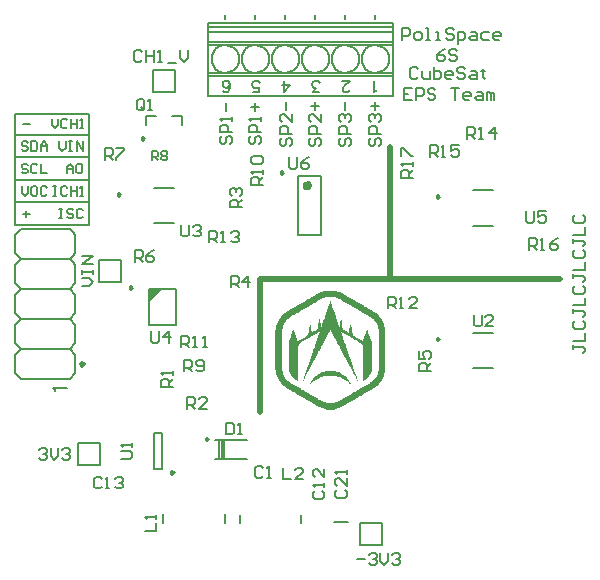
<source format=gto>
G04*
G04 #@! TF.GenerationSoftware,Altium Limited,Altium Designer,22.3.1 (43)*
G04*
G04 Layer_Color=65535*
%FSLAX25Y25*%
%MOIN*%
G70*
G04*
G04 #@! TF.SameCoordinates,2454C8F7-4EAD-40B7-BFB8-64AA641CEC59*
G04*
G04*
G04 #@! TF.FilePolarity,Positive*
G04*
G01*
G75*
%ADD10C,0.00984*%
%ADD11C,0.01181*%
%ADD12C,0.01575*%
%ADD13C,0.00787*%
%ADD14C,0.01968*%
%ADD15C,0.00591*%
G36*
X110034Y102836D02*
X110772D01*
Y102652D01*
X111326D01*
Y102467D01*
X111879D01*
Y102283D01*
X112248D01*
Y102098D01*
X112617D01*
Y101913D01*
X112802D01*
Y101729D01*
X113171D01*
Y101545D01*
X113540D01*
Y101360D01*
X113908D01*
Y101176D01*
X114093D01*
Y100991D01*
X114462D01*
Y100807D01*
X114831D01*
Y100622D01*
X115200D01*
Y100438D01*
X115384D01*
Y100253D01*
X115753D01*
Y100069D01*
X116122D01*
Y99884D01*
X116307D01*
Y99700D01*
X116676D01*
Y99515D01*
X117045D01*
Y99331D01*
X117414D01*
Y99146D01*
X117598D01*
Y98962D01*
X117967D01*
Y98777D01*
X118336D01*
Y98593D01*
X118705D01*
Y98408D01*
X118889D01*
Y98224D01*
X119258D01*
Y98040D01*
X119627D01*
Y97855D01*
X119812D01*
Y97671D01*
X120181D01*
Y97486D01*
X120550D01*
Y97302D01*
X120919D01*
Y97117D01*
X121103D01*
Y96933D01*
X121472D01*
Y96748D01*
X121841D01*
Y96564D01*
X122210D01*
Y96379D01*
X122395D01*
Y96195D01*
X122763D01*
Y96010D01*
X123132D01*
Y95826D01*
X123317D01*
Y95641D01*
X123501D01*
Y95457D01*
X123870D01*
Y95272D01*
X124055D01*
Y95088D01*
X124239D01*
Y94903D01*
X124424D01*
Y94719D01*
X124608D01*
Y94534D01*
X124793D01*
Y94350D01*
X124977D01*
Y93981D01*
X125162D01*
Y93796D01*
X125346D01*
Y93612D01*
X125531D01*
Y93243D01*
X125715D01*
Y92874D01*
X125900D01*
Y92505D01*
X126084D01*
Y92136D01*
X126269D01*
Y91583D01*
X126453D01*
Y91029D01*
X126637D01*
Y89922D01*
X126822D01*
Y76455D01*
X126637D01*
Y75533D01*
X126453D01*
Y74795D01*
X126269D01*
Y74242D01*
X126084D01*
Y73873D01*
X125900D01*
Y73504D01*
X125715D01*
Y73135D01*
X125531D01*
Y72950D01*
X125346D01*
Y72581D01*
X125162D01*
Y72397D01*
X124977D01*
Y72212D01*
X124793D01*
Y71843D01*
X124608D01*
Y71659D01*
X124424D01*
Y71474D01*
X124239D01*
Y71290D01*
X124055D01*
Y71105D01*
X123686D01*
Y70921D01*
X123501D01*
Y70736D01*
X123317D01*
Y70552D01*
X122948D01*
Y70368D01*
X122763D01*
Y70183D01*
X122395D01*
Y69999D01*
X122026D01*
Y69814D01*
X121657D01*
Y69630D01*
X121472D01*
Y69445D01*
X121103D01*
Y69261D01*
X120734D01*
Y69076D01*
X120365D01*
Y68892D01*
X120181D01*
Y68707D01*
X119812D01*
Y68523D01*
X119443D01*
Y68338D01*
X119258D01*
Y68154D01*
X118889D01*
Y67969D01*
X118520D01*
Y67785D01*
X118151D01*
Y67600D01*
X117967D01*
Y67416D01*
X117598D01*
Y67231D01*
X117229D01*
Y67047D01*
X116860D01*
Y66862D01*
X116676D01*
Y66678D01*
X116307D01*
Y66493D01*
X115938D01*
Y66309D01*
X115753D01*
Y66125D01*
X115384D01*
Y65940D01*
X115015D01*
Y65756D01*
X114646D01*
Y65571D01*
X114462D01*
Y65387D01*
X114093D01*
Y65202D01*
X113724D01*
Y65018D01*
X113355D01*
Y64833D01*
X113171D01*
Y64649D01*
X112802D01*
Y64464D01*
X112433D01*
Y64280D01*
X112064D01*
Y64095D01*
X111695D01*
Y63911D01*
X111326D01*
Y63726D01*
X110588D01*
Y63542D01*
X109850D01*
Y63357D01*
X107083D01*
Y63542D01*
X106345D01*
Y63726D01*
X105607D01*
Y63911D01*
X105238D01*
Y64095D01*
X104869D01*
Y64280D01*
X104500D01*
Y64464D01*
X104131D01*
Y64649D01*
X103762D01*
Y64833D01*
X103578D01*
Y65018D01*
X103209D01*
Y65202D01*
X102840D01*
Y65387D01*
X102471D01*
Y65571D01*
X102286D01*
Y65756D01*
X101917D01*
Y65940D01*
X101548D01*
Y66125D01*
X101179D01*
Y66309D01*
X100995D01*
Y66493D01*
X100626D01*
Y66678D01*
X100257D01*
Y66862D01*
X100073D01*
Y67047D01*
X99704D01*
Y67231D01*
X99335D01*
Y67416D01*
X98966D01*
Y67600D01*
X98781D01*
Y67785D01*
X98412D01*
Y67969D01*
X98043D01*
Y68154D01*
X97674D01*
Y68338D01*
X97490D01*
Y68523D01*
X97121D01*
Y68707D01*
X96752D01*
Y68892D01*
X96567D01*
Y69076D01*
X96198D01*
Y69261D01*
X95829D01*
Y69445D01*
X95460D01*
Y69630D01*
X95276D01*
Y69814D01*
X94907D01*
Y69999D01*
X94538D01*
Y70183D01*
X94169D01*
Y70368D01*
X93985D01*
Y70552D01*
X93616D01*
Y70736D01*
X93431D01*
Y70921D01*
X93247D01*
Y71105D01*
X92878D01*
Y71290D01*
X92693D01*
Y71474D01*
X92509D01*
Y71659D01*
X92324D01*
Y71843D01*
X92140D01*
Y72212D01*
X91955D01*
Y72397D01*
X91771D01*
Y72581D01*
X91587D01*
Y72950D01*
X91402D01*
Y73135D01*
X91217D01*
Y73504D01*
X91033D01*
Y73873D01*
X90848D01*
Y74242D01*
X90664D01*
Y74795D01*
X90480D01*
Y75533D01*
X90295D01*
Y76455D01*
X90111D01*
Y89922D01*
X90295D01*
Y91029D01*
X90480D01*
Y91583D01*
X90664D01*
Y91767D01*
Y92136D01*
X90848D01*
Y92505D01*
X91033D01*
Y92874D01*
X91217D01*
Y93243D01*
X91402D01*
Y93612D01*
X91587D01*
Y93796D01*
X91771D01*
Y93981D01*
X91955D01*
Y94350D01*
X92140D01*
Y94534D01*
X92324D01*
Y94719D01*
X92509D01*
Y94903D01*
X92693D01*
Y95088D01*
X92878D01*
Y95272D01*
X93062D01*
Y95457D01*
X93431D01*
Y95641D01*
X93616D01*
Y95826D01*
X93800D01*
Y96010D01*
X94169D01*
Y96195D01*
X94538D01*
Y96379D01*
X94723D01*
Y96564D01*
X95091D01*
Y96748D01*
X95460D01*
Y96933D01*
X95829D01*
Y97117D01*
X96014D01*
Y97302D01*
X96383D01*
Y97486D01*
X96752D01*
Y97671D01*
X97121D01*
Y97855D01*
X97305D01*
Y98040D01*
X97674D01*
Y98224D01*
X98043D01*
Y98408D01*
X98228D01*
Y98593D01*
X98597D01*
Y98777D01*
X98966D01*
Y98962D01*
X99335D01*
Y99146D01*
X99519D01*
Y99331D01*
X99888D01*
Y99515D01*
X100257D01*
Y99700D01*
X100626D01*
Y99884D01*
X100810D01*
Y100069D01*
X101179D01*
Y100253D01*
X101548D01*
Y100438D01*
X101917D01*
Y100622D01*
X102102D01*
Y100807D01*
X102471D01*
Y100991D01*
X102840D01*
Y101176D01*
X103024D01*
Y101360D01*
X103393D01*
Y101545D01*
X103762D01*
Y101729D01*
X104131D01*
Y101913D01*
X104315D01*
Y102098D01*
X104684D01*
Y102283D01*
X105053D01*
Y102467D01*
X105607D01*
Y102652D01*
X106160D01*
Y102836D01*
X106898D01*
Y103020D01*
X110034D01*
Y102836D01*
D02*
G37*
%LPC*%
G36*
X109297Y100991D02*
X107636D01*
Y100807D01*
X106714D01*
Y100622D01*
X106160D01*
Y100438D01*
X105791D01*
Y100253D01*
X105422D01*
Y100069D01*
X105053D01*
Y99884D01*
X104869D01*
Y99700D01*
X104500D01*
Y99515D01*
X104131D01*
Y99331D01*
X103762D01*
Y99146D01*
X103578D01*
Y98962D01*
X103209D01*
Y98777D01*
X102840D01*
Y98593D01*
X102655D01*
Y98408D01*
X102286D01*
Y98224D01*
X101917D01*
Y98040D01*
X101548D01*
Y97855D01*
X101364D01*
Y97671D01*
X100995D01*
Y97486D01*
X100626D01*
Y97302D01*
X100257D01*
Y97117D01*
X100073D01*
Y96933D01*
X99704D01*
Y96748D01*
X99335D01*
Y96564D01*
X99150D01*
Y96379D01*
X98781D01*
Y96195D01*
X98412D01*
Y96010D01*
X98043D01*
Y95826D01*
X97859D01*
Y95641D01*
X97490D01*
Y95457D01*
X97121D01*
Y95272D01*
X96752D01*
Y95088D01*
X96567D01*
Y94903D01*
X96198D01*
Y94719D01*
X95829D01*
Y94534D01*
X95460D01*
Y94350D01*
X95276D01*
Y94165D01*
X94907D01*
Y93981D01*
X94723D01*
Y93796D01*
X94538D01*
Y93612D01*
X94169D01*
Y93427D01*
X93985D01*
Y93243D01*
X93800D01*
Y92874D01*
X93616D01*
Y92690D01*
X93431D01*
Y92505D01*
X93247D01*
Y92136D01*
X93062D01*
Y91767D01*
X92878D01*
Y91398D01*
X92693D01*
Y91029D01*
X92509D01*
Y90291D01*
X92324D01*
Y76086D01*
X92509D01*
Y75349D01*
X92693D01*
Y74980D01*
X92878D01*
Y74611D01*
X93062D01*
Y74242D01*
X93247D01*
Y73873D01*
X93431D01*
Y73688D01*
X93616D01*
Y73504D01*
X93800D01*
Y73319D01*
X93985D01*
Y73135D01*
X94169D01*
Y72950D01*
X94354D01*
Y72766D01*
X94538D01*
Y72581D01*
X94723D01*
Y72397D01*
X95091D01*
Y72212D01*
X95276D01*
Y72028D01*
X95645D01*
Y71843D01*
X96014D01*
Y71659D01*
X96198D01*
Y71474D01*
X96567D01*
Y71290D01*
X96936D01*
Y71105D01*
X97305D01*
Y70921D01*
X97490D01*
Y70736D01*
X97859D01*
Y70552D01*
X98228D01*
Y70368D01*
X98597D01*
Y70183D01*
X98781D01*
Y69999D01*
X99150D01*
Y69814D01*
X99519D01*
Y69630D01*
X99888D01*
Y69445D01*
X100073D01*
Y69261D01*
X100441D01*
Y69076D01*
X100810D01*
Y68892D01*
X100995D01*
Y68707D01*
X101364D01*
Y68523D01*
X101733D01*
Y68338D01*
X102102D01*
Y68154D01*
X102286D01*
Y67969D01*
X102655D01*
Y67785D01*
X103024D01*
Y67600D01*
X103393D01*
Y67416D01*
X103578D01*
Y67231D01*
X103947D01*
Y67047D01*
X104315D01*
Y66862D01*
X104500D01*
Y66678D01*
X104869D01*
Y66493D01*
X105238D01*
Y66309D01*
X105607D01*
Y66125D01*
X105976D01*
Y65940D01*
X106345D01*
Y65756D01*
X106898D01*
Y65571D01*
X108005D01*
Y65387D01*
X108928D01*
Y65571D01*
X110034D01*
Y65756D01*
X110588D01*
Y65940D01*
X110957D01*
Y66125D01*
X111326D01*
Y66309D01*
X111695D01*
Y66493D01*
X112064D01*
Y66678D01*
X112433D01*
Y66862D01*
X112617D01*
Y67047D01*
X112986D01*
Y67231D01*
X113355D01*
Y67416D01*
X113724D01*
Y67600D01*
X113908D01*
Y67785D01*
X114277D01*
Y67969D01*
X114646D01*
Y68154D01*
X114831D01*
Y68338D01*
X115200D01*
Y68523D01*
X115569D01*
Y68707D01*
X115938D01*
Y68892D01*
X116122D01*
Y69076D01*
X116491D01*
Y69261D01*
X116860D01*
Y69445D01*
X117229D01*
Y69630D01*
X117414D01*
Y69814D01*
X117782D01*
Y69999D01*
X118151D01*
Y70183D01*
X118336D01*
Y70368D01*
X118705D01*
Y70552D01*
X119074D01*
Y70736D01*
X119443D01*
Y70921D01*
X119627D01*
Y71105D01*
X119996D01*
Y71290D01*
X120365D01*
Y71474D01*
X120734D01*
Y71659D01*
X120919D01*
Y71843D01*
X121288D01*
Y72028D01*
X121657D01*
Y72212D01*
X121841D01*
Y72397D01*
X122210D01*
Y72581D01*
X122395D01*
Y72766D01*
X122579D01*
Y72950D01*
X122763D01*
Y73135D01*
X122948D01*
Y73319D01*
X123132D01*
Y73504D01*
X123317D01*
Y73688D01*
X123501D01*
Y73873D01*
X123686D01*
Y74242D01*
X123870D01*
Y74611D01*
X124055D01*
Y74980D01*
X124239D01*
Y75349D01*
X124424D01*
Y76086D01*
X124608D01*
Y81067D01*
Y81252D01*
Y90291D01*
X124424D01*
Y91029D01*
X124239D01*
Y91398D01*
X124055D01*
Y91952D01*
X123870D01*
Y92136D01*
X123686D01*
Y92505D01*
X123501D01*
Y92690D01*
X123317D01*
Y92874D01*
X123132D01*
Y93243D01*
X122948D01*
Y93427D01*
X122763D01*
Y93612D01*
X122395D01*
Y93796D01*
X122210D01*
Y93981D01*
X122026D01*
Y94165D01*
X121657D01*
Y94350D01*
X121472D01*
Y94534D01*
X121103D01*
Y94719D01*
X120734D01*
Y94903D01*
X120365D01*
Y95088D01*
X120181D01*
Y95272D01*
X119812D01*
Y95457D01*
X119443D01*
Y95641D01*
X119074D01*
Y95826D01*
X118889D01*
Y96010D01*
X118520D01*
Y96195D01*
X118151D01*
Y96379D01*
X117967D01*
Y96564D01*
X117598D01*
Y96748D01*
X117229D01*
Y96933D01*
X116860D01*
Y97117D01*
X116676D01*
Y97302D01*
X116307D01*
Y97486D01*
X115938D01*
Y97671D01*
X115569D01*
Y97855D01*
X115384D01*
Y98040D01*
X115015D01*
Y98224D01*
X114646D01*
Y98408D01*
X114277D01*
Y98593D01*
X114093D01*
Y98777D01*
X113724D01*
Y98962D01*
X113355D01*
Y99146D01*
X113171D01*
Y99331D01*
X112802D01*
Y99515D01*
X112433D01*
Y99700D01*
X112064D01*
Y99884D01*
X111879D01*
Y100069D01*
X111510D01*
Y100253D01*
X111141D01*
Y100438D01*
X110772D01*
Y100622D01*
X110219D01*
Y100807D01*
X109297D01*
Y100991D01*
D02*
G37*
%LPD*%
G36*
X108558Y98962D02*
X108743D01*
Y98408D01*
X108928D01*
Y97855D01*
X109112D01*
Y97302D01*
X109297D01*
Y96748D01*
X109481D01*
Y96379D01*
X109665D01*
Y95826D01*
X109850D01*
Y95272D01*
X110034D01*
Y94719D01*
X110219D01*
Y94165D01*
X110403D01*
Y93612D01*
X110588D01*
Y93059D01*
X110772D01*
Y92505D01*
X110957D01*
Y91952D01*
X111141D01*
Y91398D01*
X111326D01*
Y91029D01*
X111510D01*
Y91583D01*
X111695D01*
Y92874D01*
X111879D01*
Y93981D01*
X112064D01*
Y93059D01*
X112248D01*
Y91767D01*
X112433D01*
Y90660D01*
X112617D01*
Y89922D01*
X112986D01*
Y89738D01*
X113355D01*
Y89553D01*
X113724D01*
Y89369D01*
X114093D01*
Y89184D01*
X114277D01*
Y89000D01*
X114646D01*
Y89369D01*
X114831D01*
Y90476D01*
X115015D01*
Y91398D01*
X115200D01*
Y92136D01*
X115384D01*
Y91029D01*
X115569D01*
Y89922D01*
X115753D01*
Y89000D01*
X115938D01*
Y88078D01*
X116122D01*
Y87893D01*
X116307D01*
Y87709D01*
X116676D01*
Y87524D01*
X117045D01*
Y87340D01*
X117229D01*
Y87155D01*
X117598D01*
Y86971D01*
X117967D01*
Y86786D01*
X118336D01*
Y86602D01*
X118520D01*
Y86417D01*
X118889D01*
Y86233D01*
X119258D01*
Y86417D01*
X119443D01*
Y86971D01*
X119627D01*
Y87340D01*
X119812D01*
Y87893D01*
X119996D01*
Y88447D01*
X120181D01*
Y88815D01*
X120365D01*
Y89369D01*
X120550D01*
Y89922D01*
X120734D01*
Y89738D01*
X120919D01*
Y89184D01*
X121103D01*
Y88631D01*
X121288D01*
Y88262D01*
X121472D01*
Y87709D01*
X121657D01*
Y87155D01*
X121841D01*
Y86786D01*
X122026D01*
Y86233D01*
X122210D01*
Y85864D01*
X122395D01*
Y76455D01*
X122210D01*
Y75902D01*
X122026D01*
Y75349D01*
X121841D01*
Y74980D01*
X121657D01*
Y74795D01*
X121472D01*
Y74426D01*
X121288D01*
Y74242D01*
X121103D01*
Y74057D01*
X120919D01*
Y73873D01*
X120734D01*
Y73688D01*
X120550D01*
Y73504D01*
X120181D01*
Y73319D01*
X119996D01*
Y73135D01*
X119627D01*
Y72950D01*
X119443D01*
Y72766D01*
X119258D01*
Y84757D01*
X119074D01*
Y84941D01*
X118889D01*
Y85310D01*
X118705D01*
Y85495D01*
X118520D01*
Y85679D01*
X118151D01*
Y85864D01*
X117782D01*
Y86048D01*
X117598D01*
Y86233D01*
X117229D01*
Y86417D01*
X116860D01*
Y86602D01*
X116491D01*
Y86786D01*
X116307D01*
Y86971D01*
X115938D01*
Y87155D01*
X115569D01*
Y87340D01*
X115384D01*
Y87524D01*
X115015D01*
Y87709D01*
X114646D01*
Y87893D01*
X114277D01*
Y88078D01*
X114093D01*
Y88262D01*
X113724D01*
Y88447D01*
X113355D01*
Y88631D01*
X112986D01*
Y88815D01*
X112802D01*
Y89000D01*
X112433D01*
Y89184D01*
X112064D01*
Y88815D01*
X112248D01*
Y88262D01*
X112433D01*
Y87709D01*
X112617D01*
Y87155D01*
X112802D01*
Y86602D01*
X112986D01*
Y86233D01*
X113171D01*
Y85679D01*
X113355D01*
Y85126D01*
X113540D01*
Y84572D01*
X113724D01*
Y84019D01*
X113908D01*
Y83466D01*
X114093D01*
Y82912D01*
X114277D01*
Y82359D01*
X114462D01*
Y81805D01*
X114646D01*
Y81252D01*
X114831D01*
Y80883D01*
X115015D01*
Y80330D01*
X115200D01*
Y79776D01*
X115384D01*
Y79223D01*
X115569D01*
Y78669D01*
X115753D01*
Y78116D01*
X115938D01*
Y77562D01*
X116122D01*
Y77009D01*
X116307D01*
Y76455D01*
X116491D01*
Y75902D01*
X116676D01*
Y75349D01*
X116860D01*
Y74795D01*
X117045D01*
Y74426D01*
X117229D01*
Y73873D01*
X117414D01*
Y73319D01*
X117598D01*
Y72950D01*
X117414D01*
Y73319D01*
X117229D01*
Y73688D01*
X117045D01*
Y74057D01*
X116860D01*
Y74426D01*
X116676D01*
Y74795D01*
X116491D01*
Y74980D01*
X116307D01*
Y75349D01*
X116122D01*
Y75718D01*
X115938D01*
Y76086D01*
X115753D01*
Y76455D01*
X115569D01*
Y76824D01*
X115384D01*
Y77193D01*
X115200D01*
Y77378D01*
X115015D01*
Y77747D01*
X114831D01*
Y78116D01*
X114646D01*
Y78485D01*
X114462D01*
Y78854D01*
X114277D01*
Y79223D01*
X114093D01*
Y79592D01*
X113908D01*
Y79961D01*
X113724D01*
Y80145D01*
X113540D01*
Y80514D01*
X113355D01*
Y80883D01*
X113171D01*
Y81252D01*
X112986D01*
Y81621D01*
X112802D01*
Y81990D01*
X112617D01*
Y82359D01*
X112433D01*
Y82543D01*
X112248D01*
Y82912D01*
X112064D01*
Y83281D01*
X111879D01*
Y83650D01*
X111695D01*
Y84019D01*
X111510D01*
Y84388D01*
X111326D01*
Y84757D01*
X111141D01*
Y84941D01*
X110957D01*
Y85310D01*
X110772D01*
Y85679D01*
X110588D01*
Y86048D01*
X110403D01*
Y86417D01*
X110219D01*
Y86786D01*
X110034D01*
Y87155D01*
X109850D01*
Y87340D01*
X109665D01*
Y87709D01*
X109481D01*
Y88078D01*
X109297D01*
Y88447D01*
X109112D01*
Y88815D01*
X108928D01*
Y89184D01*
X108743D01*
Y89553D01*
X108558D01*
Y89738D01*
X108374D01*
Y89553D01*
X108190D01*
Y89184D01*
X108005D01*
Y88815D01*
X107821D01*
Y88447D01*
X107636D01*
Y88078D01*
X107452D01*
Y87709D01*
X107267D01*
Y87524D01*
X107083D01*
Y87155D01*
X106898D01*
Y86786D01*
X106714D01*
Y86417D01*
X106529D01*
Y86048D01*
X106345D01*
Y85679D01*
X106160D01*
Y85310D01*
X105976D01*
Y84941D01*
X105791D01*
Y84757D01*
X105607D01*
Y84388D01*
X105422D01*
Y84019D01*
X105238D01*
Y83650D01*
X105053D01*
Y83281D01*
X104869D01*
Y82912D01*
X104684D01*
Y82728D01*
X104500D01*
Y82359D01*
X104315D01*
Y81990D01*
X104131D01*
Y81621D01*
X103947D01*
Y81252D01*
X103762D01*
Y80883D01*
X103578D01*
Y80514D01*
X103393D01*
Y80145D01*
X103209D01*
Y79961D01*
X103024D01*
Y79592D01*
X102840D01*
Y79223D01*
X102655D01*
Y78854D01*
X102471D01*
Y78485D01*
X102286D01*
Y78116D01*
X102102D01*
Y77747D01*
X101917D01*
Y77562D01*
X101733D01*
Y77193D01*
X101548D01*
Y76824D01*
X101364D01*
Y76455D01*
X101179D01*
Y76086D01*
X100995D01*
Y75718D01*
X100810D01*
Y75349D01*
X100626D01*
Y75164D01*
X100441D01*
Y74795D01*
X100257D01*
Y74426D01*
X100073D01*
Y74057D01*
X99888D01*
Y73688D01*
X99704D01*
Y73319D01*
X99519D01*
Y73873D01*
X99704D01*
Y74426D01*
X99888D01*
Y74980D01*
X100073D01*
Y75533D01*
X100257D01*
Y75902D01*
X100441D01*
Y76455D01*
X100626D01*
Y77009D01*
X100810D01*
Y77562D01*
X100995D01*
Y78116D01*
X101179D01*
Y78669D01*
X101364D01*
Y79223D01*
X101548D01*
Y79776D01*
X101733D01*
Y80330D01*
X101917D01*
Y80883D01*
X102102D01*
Y81252D01*
X102286D01*
Y81805D01*
X102471D01*
Y82359D01*
X102655D01*
Y82912D01*
X102840D01*
Y83466D01*
X103024D01*
Y84019D01*
X103209D01*
Y84572D01*
X103393D01*
Y85126D01*
X103578D01*
Y85679D01*
X103762D01*
Y86233D01*
X103947D01*
Y86602D01*
X104131D01*
Y87155D01*
X104315D01*
Y87709D01*
X104500D01*
Y88262D01*
X104684D01*
Y88815D01*
X104869D01*
Y89184D01*
X104500D01*
Y89000D01*
X104131D01*
Y88815D01*
X103947D01*
Y88631D01*
X103578D01*
Y88447D01*
X103209D01*
Y88262D01*
X102840D01*
Y88078D01*
X102655D01*
Y87893D01*
X102286D01*
Y87709D01*
X101917D01*
Y87524D01*
X101733D01*
Y87340D01*
X101364D01*
Y87155D01*
X100995D01*
Y86971D01*
X100626D01*
Y86786D01*
X100441D01*
Y86602D01*
X100073D01*
Y86417D01*
X99704D01*
Y86233D01*
X99335D01*
Y86048D01*
X99150D01*
Y85864D01*
X98781D01*
Y85679D01*
X98412D01*
Y85495D01*
X98228D01*
Y85310D01*
X98043D01*
Y84941D01*
X97859D01*
Y84572D01*
X97674D01*
Y72766D01*
X97490D01*
Y72950D01*
X97305D01*
Y73135D01*
X96936D01*
Y73319D01*
X96752D01*
Y73504D01*
X96383D01*
Y73688D01*
X96198D01*
Y73873D01*
X96014D01*
Y74057D01*
X95829D01*
Y74242D01*
X95645D01*
Y74426D01*
X95460D01*
Y74795D01*
X95276D01*
Y75164D01*
X95091D01*
Y75349D01*
X94907D01*
Y75902D01*
X94723D01*
Y76455D01*
X94538D01*
Y85864D01*
X94723D01*
Y86417D01*
X94907D01*
Y86786D01*
X95091D01*
Y87340D01*
X95276D01*
Y87893D01*
X95460D01*
Y88447D01*
X95645D01*
Y88815D01*
X95829D01*
Y89369D01*
X96014D01*
Y89922D01*
X96198D01*
Y89738D01*
X96383D01*
Y89184D01*
X96567D01*
Y88815D01*
X96752D01*
Y88262D01*
X96936D01*
Y87709D01*
X97121D01*
Y87340D01*
X97305D01*
Y86786D01*
X97490D01*
Y86233D01*
X98043D01*
Y86417D01*
X98228D01*
Y86602D01*
X98597D01*
Y86786D01*
X98966D01*
Y86971D01*
X99335D01*
Y87155D01*
X99519D01*
Y87340D01*
X99888D01*
Y87524D01*
X100257D01*
Y87709D01*
X100441D01*
Y87893D01*
X100810D01*
Y88078D01*
X100995D01*
Y89000D01*
X101179D01*
Y89922D01*
X101364D01*
Y91029D01*
X101548D01*
Y91952D01*
X101733D01*
Y91583D01*
X101917D01*
Y90660D01*
X102102D01*
Y89553D01*
X102286D01*
Y89000D01*
X102471D01*
Y89184D01*
X102840D01*
Y89369D01*
X103209D01*
Y89553D01*
X103578D01*
Y89738D01*
X103947D01*
Y89922D01*
X104131D01*
Y90107D01*
X104315D01*
Y91029D01*
X104500D01*
Y92321D01*
X104684D01*
Y93612D01*
X105053D01*
Y92321D01*
X105238D01*
Y91214D01*
X105422D01*
Y91029D01*
X105607D01*
Y91583D01*
X105791D01*
Y92136D01*
X105976D01*
Y92505D01*
X106160D01*
Y93059D01*
X106345D01*
Y93612D01*
X106529D01*
Y94165D01*
X106714D01*
Y94719D01*
X106898D01*
Y95272D01*
X107083D01*
Y95826D01*
X107267D01*
Y96379D01*
X107452D01*
Y96933D01*
X107636D01*
Y97486D01*
X107821D01*
Y97855D01*
X108005D01*
Y98408D01*
X108190D01*
Y98962D01*
X108374D01*
Y99515D01*
X108558D01*
Y98962D01*
D02*
G37*
G36*
X99519Y73135D02*
Y72950D01*
X99335D01*
Y73319D01*
X99519D01*
Y73135D01*
D02*
G37*
G36*
X109665Y76086D02*
X110403D01*
Y75902D01*
X110957D01*
Y75718D01*
X111510D01*
Y75533D01*
X111879D01*
Y75349D01*
X112248D01*
Y75164D01*
X112433D01*
Y74980D01*
X112802D01*
Y74795D01*
X112986D01*
Y74611D01*
X113171D01*
Y74426D01*
X113540D01*
Y74242D01*
X113724D01*
Y74057D01*
X113908D01*
Y73873D01*
X114093D01*
Y73504D01*
X114277D01*
Y73319D01*
X114462D01*
Y73135D01*
X114646D01*
Y72766D01*
X114831D01*
Y72581D01*
X115015D01*
Y72212D01*
X115200D01*
Y71843D01*
X115384D01*
Y71659D01*
X115200D01*
Y71843D01*
X115015D01*
Y72028D01*
X114831D01*
Y72212D01*
X114646D01*
Y72397D01*
X114462D01*
Y72581D01*
X114277D01*
Y72766D01*
X113908D01*
Y72950D01*
X113724D01*
Y73135D01*
X113355D01*
Y73319D01*
X112986D01*
Y73504D01*
X112617D01*
Y73688D01*
X112248D01*
Y73873D01*
X111879D01*
Y74057D01*
X111326D01*
Y74242D01*
X110772D01*
Y74426D01*
X109850D01*
Y74611D01*
X107083D01*
Y74426D01*
X106160D01*
Y74242D01*
X105607D01*
Y74057D01*
X105053D01*
Y73873D01*
X104684D01*
Y73688D01*
X104131D01*
Y73504D01*
X103947D01*
Y73319D01*
X103578D01*
Y73135D01*
X103209D01*
Y72950D01*
X103024D01*
Y72766D01*
X102655D01*
Y72581D01*
X102471D01*
Y72397D01*
X102286D01*
Y72212D01*
X102102D01*
Y72028D01*
X101917D01*
Y71843D01*
X101733D01*
Y72212D01*
X101917D01*
Y72581D01*
X102102D01*
Y72766D01*
X102286D01*
Y73135D01*
X102471D01*
Y73319D01*
X102655D01*
Y73504D01*
X102840D01*
Y73873D01*
X103024D01*
Y74057D01*
X103209D01*
Y74242D01*
X103393D01*
Y74426D01*
X103762D01*
Y74611D01*
X103947D01*
Y74795D01*
X104131D01*
Y74980D01*
X104500D01*
Y75164D01*
X104684D01*
Y75349D01*
X105053D01*
Y75533D01*
X105422D01*
Y75718D01*
X105976D01*
Y75902D01*
X106529D01*
Y76086D01*
X107267D01*
Y76271D01*
X109665D01*
Y76086D01*
D02*
G37*
G36*
X101733Y71659D02*
X101548D01*
Y71843D01*
X101733D01*
Y71659D01*
D02*
G37*
D10*
X144771Y86839D02*
X144033Y87265D01*
Y86412D01*
X144771Y86839D01*
X144818Y134339D02*
X144080Y134765D01*
Y133912D01*
X144818Y134339D01*
X67835Y53543D02*
X67097Y53970D01*
Y53117D01*
X67835Y53543D01*
X56217Y42413D02*
X55478Y42840D01*
Y41987D01*
X56217Y42413D01*
X92740Y142299D02*
X92002Y142725D01*
Y141873D01*
X92740Y142299D01*
X38350Y135118D02*
X37612Y135544D01*
Y134692D01*
X38350Y135118D01*
X42315Y103996D02*
X41577Y104422D01*
Y103570D01*
X42315Y103996D01*
X46406Y153776D02*
X45667Y154202D01*
Y153349D01*
X46406Y153776D01*
D11*
X26382Y78390D02*
X25791Y78980D01*
X25201Y78390D01*
X25791Y77799D01*
X26382Y78390D01*
D12*
X101500Y138146D02*
X100956Y138894D01*
X100076Y138609D01*
Y137683D01*
X100956Y137397D01*
X101500Y138146D01*
D13*
X128146Y180197D02*
X128037Y181195D01*
X127716Y182148D01*
X127198Y183008D01*
X126507Y183738D01*
X125676Y184301D01*
X124743Y184673D01*
X123751Y184836D01*
X122748Y184781D01*
X121780Y184513D01*
X120892Y184042D01*
X120127Y183392D01*
X119519Y182592D01*
X119097Y181680D01*
X118881Y180699D01*
Y179694D01*
X119097Y178713D01*
X119519Y177801D01*
X120127Y177002D01*
X120892Y176351D01*
X121780Y175881D01*
X122748Y175612D01*
X123751Y175557D01*
X124743Y175720D01*
X125676Y176092D01*
X126507Y176656D01*
X127198Y177385D01*
X127716Y178246D01*
X128037Y179198D01*
X128146Y180197D01*
X118146D02*
X118037Y181195D01*
X117716Y182148D01*
X117198Y183008D01*
X116507Y183738D01*
X115676Y184301D01*
X114743Y184673D01*
X113751Y184836D01*
X112748Y184781D01*
X111780Y184513D01*
X110892Y184042D01*
X110127Y183392D01*
X109519Y182592D01*
X109097Y181680D01*
X108881Y180699D01*
Y179694D01*
X109097Y178713D01*
X109519Y177801D01*
X110127Y177002D01*
X110892Y176351D01*
X111780Y175881D01*
X112748Y175612D01*
X113751Y175557D01*
X114743Y175720D01*
X115676Y176092D01*
X116507Y176656D01*
X117198Y177385D01*
X117716Y178246D01*
X118037Y179198D01*
X118146Y180197D01*
X108146D02*
X108037Y181195D01*
X107716Y182148D01*
X107198Y183008D01*
X106507Y183738D01*
X105676Y184301D01*
X104743Y184673D01*
X103751Y184836D01*
X102748Y184781D01*
X101780Y184513D01*
X100892Y184042D01*
X100127Y183392D01*
X99519Y182592D01*
X99097Y181680D01*
X98881Y180699D01*
Y179694D01*
X99097Y178713D01*
X99519Y177801D01*
X100127Y177002D01*
X100892Y176351D01*
X101780Y175881D01*
X102748Y175612D01*
X103751Y175557D01*
X104743Y175720D01*
X105676Y176092D01*
X106507Y176656D01*
X107198Y177385D01*
X107716Y178246D01*
X108037Y179198D01*
X108146Y180197D01*
X98146D02*
X98037Y181195D01*
X97716Y182148D01*
X97198Y183008D01*
X96507Y183738D01*
X95676Y184301D01*
X94743Y184673D01*
X93751Y184836D01*
X92748Y184781D01*
X91780Y184513D01*
X90892Y184042D01*
X90127Y183392D01*
X89519Y182592D01*
X89097Y181680D01*
X88881Y180699D01*
Y179694D01*
X89097Y178713D01*
X89519Y177801D01*
X90127Y177002D01*
X90892Y176351D01*
X91780Y175881D01*
X92748Y175612D01*
X93751Y175557D01*
X94743Y175720D01*
X95676Y176092D01*
X96507Y176656D01*
X97198Y177385D01*
X97716Y178246D01*
X98037Y179198D01*
X98146Y180197D01*
X88146D02*
X88037Y181195D01*
X87716Y182148D01*
X87198Y183008D01*
X86507Y183738D01*
X85676Y184301D01*
X84743Y184673D01*
X83751Y184836D01*
X82748Y184781D01*
X81780Y184513D01*
X80892Y184042D01*
X80127Y183392D01*
X79519Y182592D01*
X79097Y181680D01*
X78881Y180699D01*
Y179694D01*
X79097Y178713D01*
X79519Y177801D01*
X80127Y177002D01*
X80892Y176351D01*
X81780Y175881D01*
X82748Y175612D01*
X83751Y175557D01*
X84743Y175720D01*
X85676Y176092D01*
X86507Y176656D01*
X87198Y177385D01*
X87716Y178246D01*
X88037Y179198D01*
X88146Y180197D01*
X78146D02*
X78037Y181195D01*
X77716Y182148D01*
X77198Y183008D01*
X76507Y183738D01*
X75676Y184301D01*
X74743Y184673D01*
X73751Y184836D01*
X72748Y184781D01*
X71780Y184513D01*
X70892Y184042D01*
X70127Y183392D01*
X69519Y182592D01*
X69097Y181680D01*
X68881Y180699D01*
Y179694D01*
X69097Y178713D01*
X69519Y177801D01*
X70127Y177002D01*
X70892Y176351D01*
X71780Y175881D01*
X72748Y175612D01*
X73751Y175557D01*
X74743Y175720D01*
X75676Y176092D01*
X76507Y176656D01*
X77198Y177385D01*
X77716Y178246D01*
X78037Y179198D01*
X78146Y180197D01*
X156116Y77095D02*
X162790D01*
X156116Y88906D02*
X162790D01*
X21531Y73500D02*
X23500Y75468D01*
X5469Y73500D02*
X21531D01*
X3500Y75468D02*
X5469Y73500D01*
X4484Y122516D02*
X5469Y123500D01*
X21531D01*
X22516Y122516D01*
X23500Y121531D01*
Y115469D02*
Y121531D01*
X22516Y114484D02*
X23500Y115469D01*
X3500D02*
X4484Y114484D01*
X3500Y115469D02*
Y121531D01*
X4484Y122516D01*
X21531Y113500D02*
X22516Y114484D01*
X4484D02*
X5469Y113500D01*
X21531D02*
X22516Y112516D01*
X4484D02*
X5469Y113500D01*
X21531D01*
X22516Y112516D02*
X23500Y111531D01*
Y105468D02*
Y111531D01*
X3500Y105468D02*
Y111531D01*
X4484Y112516D01*
X21531Y103500D02*
X23500Y105468D01*
X3500D02*
X5469Y103500D01*
X21531D01*
X23500Y101532D01*
Y95468D02*
Y101532D01*
X3500Y95468D02*
Y101532D01*
X5469Y103500D01*
X21531Y93500D02*
X23500Y95468D01*
X3500D02*
X5469Y93500D01*
X21531D01*
X23500Y91531D01*
Y85469D02*
Y91531D01*
X3500Y85469D02*
Y91531D01*
X5469Y93500D01*
X21531Y83500D02*
X23500Y85469D01*
X3500D02*
X5469Y83500D01*
X21531D01*
X23500Y81532D01*
Y75468D02*
Y81532D01*
X3500Y75468D02*
Y81532D01*
X5469Y83500D01*
X3500Y140000D02*
X28000D01*
X3500Y132500D02*
X28000D01*
X3500Y147500D02*
X28000D01*
X3500Y155000D02*
X28000D01*
X3500Y125000D02*
X28000D01*
Y162000D01*
X3500D02*
X28000D01*
X3500Y125000D02*
Y162000D01*
X156163Y136406D02*
X162837D01*
X156163Y124594D02*
X162837D01*
X109736Y26000D02*
X114264D01*
X73051Y46850D02*
Y53150D01*
X72264Y46850D02*
Y53150D01*
X71476Y46850D02*
Y53150D01*
X70098Y46850D02*
X80728D01*
X70098Y53150D02*
X80728D01*
X73236Y25622D02*
Y28378D01*
X52764Y25622D02*
Y28378D01*
X49622Y43595D02*
X52378D01*
X49622Y55405D02*
X52378D01*
Y43595D02*
Y55405D01*
X49622Y43595D02*
Y55405D01*
X97563Y121610D02*
X105437D01*
X97563Y141295D02*
X105437D01*
Y121610D02*
Y141295D01*
X97563Y121610D02*
Y141295D01*
X49695Y137185D02*
X56369D01*
X49695Y125374D02*
X56369D01*
X48024Y99468D02*
X51961Y103405D01*
X48024Y100256D02*
X51173Y103405D01*
X48024Y101043D02*
X50386Y103405D01*
X48024Y101831D02*
X49598Y103405D01*
X48024Y102618D02*
X48811Y103405D01*
X48024Y91594D02*
Y103405D01*
X56882D01*
Y91594D02*
Y103405D01*
X48024Y91594D02*
X56882D01*
X31319Y105819D02*
Y113181D01*
Y105819D02*
X38681D01*
Y113181D01*
X31319D02*
X38681D01*
X118319Y18319D02*
Y25681D01*
Y18319D02*
X125681D01*
Y25681D01*
X118319D02*
X125681D01*
X24319Y44819D02*
Y52181D01*
Y44819D02*
X31681D01*
Y52181D01*
X24319D02*
X31681D01*
X49319Y169319D02*
Y176681D01*
Y169319D02*
X56681D01*
Y176681D01*
X49319D02*
X56681D01*
X47095Y158106D02*
Y161256D01*
X50244D01*
X58906Y158106D02*
Y161256D01*
X55756D02*
X58906D01*
X78264Y25543D02*
Y28299D01*
X98736Y25543D02*
Y28299D01*
X73500Y193500D02*
Y195000D01*
X113500Y193500D02*
Y195000D01*
X123500Y193500D02*
Y195000D01*
X103500Y193500D02*
Y195000D01*
X93500Y193500D02*
Y195000D01*
X83500Y193500D02*
Y195000D01*
X67594Y192205D02*
X129405D01*
X67594Y167795D02*
X129405D01*
X67594D02*
Y192205D01*
X129405Y167795D02*
Y192205D01*
X67594Y191024D02*
X129405D01*
X67594Y184802D02*
X129405D01*
X67594Y175543D02*
X129405D01*
X67594Y174420D02*
X129405D01*
X67594Y185943D02*
X129405D01*
X67594Y189295D02*
X129405D01*
X135624Y170436D02*
X133000D01*
Y166500D01*
X135624D01*
X133000Y168468D02*
X134312D01*
X136936Y166500D02*
Y170436D01*
X138904D01*
X139560Y169780D01*
Y168468D01*
X138904Y167812D01*
X136936D01*
X143495Y169780D02*
X142839Y170436D01*
X141527D01*
X140872Y169780D01*
Y169124D01*
X141527Y168468D01*
X142839D01*
X143495Y167812D01*
Y167156D01*
X142839Y166500D01*
X141527D01*
X140872Y167156D01*
X148743Y170436D02*
X151367D01*
X150055D01*
Y166500D01*
X154647D02*
X153335D01*
X152679Y167156D01*
Y168468D01*
X153335Y169124D01*
X154647D01*
X155303Y168468D01*
Y167812D01*
X152679D01*
X157270Y169124D02*
X158582D01*
X159238Y168468D01*
Y166500D01*
X157270D01*
X156614Y167156D01*
X157270Y167812D01*
X159238D01*
X160550Y166500D02*
Y169124D01*
X161206D01*
X161862Y168468D01*
Y166500D01*
Y168468D01*
X162518Y169124D01*
X163174Y168468D01*
Y166500D01*
X137624Y176780D02*
X136968Y177436D01*
X135656D01*
X135000Y176780D01*
Y174156D01*
X135656Y173500D01*
X136968D01*
X137624Y174156D01*
X138936Y176124D02*
Y174156D01*
X139592Y173500D01*
X141560D01*
Y176124D01*
X142871Y177436D02*
Y173500D01*
X144839D01*
X145495Y174156D01*
Y174812D01*
Y175468D01*
X144839Y176124D01*
X142871D01*
X148775Y173500D02*
X147463D01*
X146807Y174156D01*
Y175468D01*
X147463Y176124D01*
X148775D01*
X149431Y175468D01*
Y174812D01*
X146807D01*
X153367Y176780D02*
X152711Y177436D01*
X151399D01*
X150743Y176780D01*
Y176124D01*
X151399Y175468D01*
X152711D01*
X153367Y174812D01*
Y174156D01*
X152711Y173500D01*
X151399D01*
X150743Y174156D01*
X155335Y176124D02*
X156647D01*
X157302Y175468D01*
Y173500D01*
X155335D01*
X154679Y174156D01*
X155335Y174812D01*
X157302D01*
X159270Y176780D02*
Y176124D01*
X158614D01*
X159926D01*
X159270D01*
Y174156D01*
X159926Y173500D01*
X132500Y186500D02*
Y190436D01*
X134468D01*
X135124Y189780D01*
Y188468D01*
X134468Y187812D01*
X132500D01*
X137092Y186500D02*
X138404D01*
X139060Y187156D01*
Y188468D01*
X138404Y189124D01*
X137092D01*
X136436Y188468D01*
Y187156D01*
X137092Y186500D01*
X140372D02*
X141683D01*
X141027D01*
Y190436D01*
X140372D01*
X143651Y186500D02*
X144963D01*
X144307D01*
Y189124D01*
X143651D01*
X149555Y189780D02*
X148899Y190436D01*
X147587D01*
X146931Y189780D01*
Y189124D01*
X147587Y188468D01*
X148899D01*
X149555Y187812D01*
Y187156D01*
X148899Y186500D01*
X147587D01*
X146931Y187156D01*
X150867Y185188D02*
Y189124D01*
X152835D01*
X153491Y188468D01*
Y187156D01*
X152835Y186500D01*
X150867D01*
X155458Y189124D02*
X156770D01*
X157426Y188468D01*
Y186500D01*
X155458D01*
X154803Y187156D01*
X155458Y187812D01*
X157426D01*
X161362Y189124D02*
X159394D01*
X158738Y188468D01*
Y187156D01*
X159394Y186500D01*
X161362D01*
X164642D02*
X163330D01*
X162674Y187156D01*
Y188468D01*
X163330Y189124D01*
X164642D01*
X165298Y188468D01*
Y187812D01*
X162674D01*
X146624Y183436D02*
X145312Y182780D01*
X144000Y181468D01*
Y180156D01*
X144656Y179500D01*
X145968D01*
X146624Y180156D01*
Y180812D01*
X145968Y181468D01*
X144000D01*
X150560Y182780D02*
X149904Y183436D01*
X148592D01*
X147936Y182780D01*
Y182124D01*
X148592Y181468D01*
X149904D01*
X150560Y180812D01*
Y180156D01*
X149904Y179500D01*
X148592D01*
X147936Y180156D01*
X189277Y84911D02*
Y83599D01*
Y84255D01*
X192557D01*
X193213Y83599D01*
Y82943D01*
X192557Y82287D01*
X189277Y86223D02*
X193213D01*
Y88847D01*
X189933Y92783D02*
X189277Y92127D01*
Y90815D01*
X189933Y90159D01*
X192557D01*
X193213Y90815D01*
Y92127D01*
X192557Y92783D01*
X189277Y96718D02*
Y95407D01*
Y96062D01*
X192557D01*
X193213Y95407D01*
Y94751D01*
X192557Y94095D01*
X189277Y98030D02*
X193213D01*
Y100654D01*
X189933Y104590D02*
X189277Y103934D01*
Y102622D01*
X189933Y101966D01*
X192557D01*
X193213Y102622D01*
Y103934D01*
X192557Y104590D01*
X189277Y108526D02*
Y107214D01*
Y107870D01*
X192557D01*
X193213Y107214D01*
Y106558D01*
X192557Y105902D01*
X189277Y109838D02*
X193213D01*
Y112461D01*
X189933Y116397D02*
X189277Y115741D01*
Y114429D01*
X189933Y113773D01*
X192557D01*
X193213Y114429D01*
Y115741D01*
X192557Y116397D01*
X189277Y120333D02*
Y119021D01*
Y119677D01*
X192557D01*
X193213Y119021D01*
Y118365D01*
X192557Y117709D01*
X189277Y121645D02*
X193213D01*
Y124269D01*
X189933Y128204D02*
X189277Y127548D01*
Y126236D01*
X189933Y125581D01*
X192557D01*
X193213Y126236D01*
Y127548D01*
X192557Y128204D01*
X16834Y69437D02*
X16609Y69887D01*
X15934Y70562D01*
X20658D01*
X111933Y153911D02*
X111277Y153255D01*
Y151943D01*
X111933Y151287D01*
X112589D01*
X113245Y151943D01*
Y153255D01*
X113901Y153911D01*
X114557D01*
X115213Y153255D01*
Y151943D01*
X114557Y151287D01*
X115213Y155223D02*
X111277D01*
Y157191D01*
X111933Y157847D01*
X113245D01*
X113901Y157191D01*
Y155223D01*
X111933Y159159D02*
X111277Y159815D01*
Y161127D01*
X111933Y161783D01*
X112589D01*
X113245Y161127D01*
Y160471D01*
Y161127D01*
X113901Y161783D01*
X114557D01*
X115213Y161127D01*
Y159815D01*
X114557Y159159D01*
X113245Y163095D02*
Y165718D01*
X92433Y153911D02*
X91777Y153255D01*
Y151943D01*
X92433Y151287D01*
X93089D01*
X93745Y151943D01*
Y153255D01*
X94401Y153911D01*
X95057D01*
X95713Y153255D01*
Y151943D01*
X95057Y151287D01*
X95713Y155223D02*
X91777D01*
Y157191D01*
X92433Y157847D01*
X93745D01*
X94401Y157191D01*
Y155223D01*
X95713Y161783D02*
Y159159D01*
X93089Y161783D01*
X92433D01*
X91777Y161127D01*
Y159815D01*
X92433Y159159D01*
X93745Y163095D02*
Y165718D01*
X72433Y154411D02*
X71777Y153755D01*
Y152443D01*
X72433Y151787D01*
X73089D01*
X73745Y152443D01*
Y153755D01*
X74401Y154411D01*
X75057D01*
X75713Y153755D01*
Y152443D01*
X75057Y151787D01*
X75713Y155723D02*
X71777D01*
Y157691D01*
X72433Y158347D01*
X73745D01*
X74401Y157691D01*
Y155723D01*
X75713Y159659D02*
Y160971D01*
Y160315D01*
X71777D01*
X72433Y159659D01*
X73745Y162939D02*
Y165562D01*
X121933Y153911D02*
X121277Y153255D01*
Y151943D01*
X121933Y151287D01*
X122589D01*
X123245Y151943D01*
Y153255D01*
X123901Y153911D01*
X124557D01*
X125213Y153255D01*
Y151943D01*
X124557Y151287D01*
X125213Y155223D02*
X121277D01*
Y157191D01*
X121933Y157847D01*
X123245D01*
X123901Y157191D01*
Y155223D01*
X121933Y159159D02*
X121277Y159815D01*
Y161127D01*
X121933Y161783D01*
X122589D01*
X123245Y161127D01*
Y160471D01*
Y161127D01*
X123901Y161783D01*
X124557D01*
X125213Y161127D01*
Y159815D01*
X124557Y159159D01*
X123245Y163095D02*
Y165718D01*
X121933Y164407D02*
X124557D01*
X101933Y153911D02*
X101277Y153255D01*
Y151943D01*
X101933Y151287D01*
X102589D01*
X103245Y151943D01*
Y153255D01*
X103901Y153911D01*
X104557D01*
X105213Y153255D01*
Y151943D01*
X104557Y151287D01*
X105213Y155223D02*
X101277D01*
Y157191D01*
X101933Y157847D01*
X103245D01*
X103901Y157191D01*
Y155223D01*
X105213Y161783D02*
Y159159D01*
X102589Y161783D01*
X101933D01*
X101277Y161127D01*
Y159815D01*
X101933Y159159D01*
X103245Y163095D02*
Y165718D01*
X101933Y164407D02*
X104557D01*
X81933Y154411D02*
X81277Y153755D01*
Y152443D01*
X81933Y151787D01*
X82589D01*
X83245Y152443D01*
Y153755D01*
X83901Y154411D01*
X84557D01*
X85213Y153755D01*
Y152443D01*
X84557Y151787D01*
X85213Y155723D02*
X81277D01*
Y157691D01*
X81933Y158347D01*
X83245D01*
X83901Y157691D01*
Y155723D01*
X85213Y159659D02*
Y160971D01*
Y160315D01*
X81277D01*
X81933Y159659D01*
X83245Y162939D02*
Y165562D01*
X81933Y164251D02*
X84557D01*
X135968Y140580D02*
X132032D01*
Y142548D01*
X132688Y143204D01*
X134000D01*
X134656Y142548D01*
Y140580D01*
Y141892D02*
X135968Y143204D01*
Y144516D02*
Y145828D01*
Y145172D01*
X132032D01*
X132688Y144516D01*
X132032Y147796D02*
Y150420D01*
X132688D01*
X135312Y147796D01*
X135968D01*
X174580Y116532D02*
Y120468D01*
X176548D01*
X177204Y119812D01*
Y118500D01*
X176548Y117844D01*
X174580D01*
X175892D02*
X177204Y116532D01*
X178516D02*
X179828D01*
X179172D01*
Y120468D01*
X178516Y119812D01*
X184420Y120468D02*
X183108Y119812D01*
X181796Y118500D01*
Y117188D01*
X182452Y116532D01*
X183764D01*
X184420Y117188D01*
Y117844D01*
X183764Y118500D01*
X181796D01*
X141580Y147532D02*
Y151468D01*
X143548D01*
X144204Y150812D01*
Y149500D01*
X143548Y148844D01*
X141580D01*
X142892D02*
X144204Y147532D01*
X145516D02*
X146828D01*
X146172D01*
Y151468D01*
X145516Y150812D01*
X151420Y151468D02*
X148796D01*
Y149500D01*
X150108Y150156D01*
X150764D01*
X151420Y149500D01*
Y148188D01*
X150764Y147532D01*
X149452D01*
X148796Y148188D01*
X154080Y153532D02*
Y157468D01*
X156048D01*
X156704Y156812D01*
Y155500D01*
X156048Y154844D01*
X154080D01*
X155392D02*
X156704Y153532D01*
X158016D02*
X159328D01*
X158672D01*
Y157468D01*
X158016Y156812D01*
X163264Y153532D02*
Y157468D01*
X161296Y155500D01*
X163920D01*
X110688Y36532D02*
X110032Y35876D01*
Y34564D01*
X110688Y33908D01*
X113312D01*
X113968Y34564D01*
Y35876D01*
X113312Y36532D01*
X113968Y40468D02*
Y37844D01*
X111344Y40468D01*
X110688D01*
X110032Y39812D01*
Y38500D01*
X110688Y37844D01*
X113968Y41780D02*
Y43092D01*
Y42436D01*
X110032D01*
X110688Y41780D01*
X94720Y147468D02*
Y144188D01*
X95376Y143532D01*
X96688D01*
X97344Y144188D01*
Y147468D01*
X101280D02*
X99968Y146812D01*
X98656Y145500D01*
Y144188D01*
X99312Y143532D01*
X100624D01*
X101280Y144188D01*
Y144844D01*
X100624Y145500D01*
X98656D01*
X173720Y129468D02*
Y126188D01*
X174376Y125532D01*
X175688D01*
X176344Y126188D01*
Y129468D01*
X180280D02*
X177656D01*
Y127500D01*
X178968Y128156D01*
X179624D01*
X180280Y127500D01*
Y126188D01*
X179624Y125532D01*
X178312D01*
X177656Y126188D01*
X48720Y89468D02*
Y86188D01*
X49376Y85532D01*
X50688D01*
X51344Y86188D01*
Y89468D01*
X54624Y85532D02*
Y89468D01*
X52656Y87500D01*
X55280D01*
X58720Y124968D02*
Y121688D01*
X59376Y121032D01*
X60688D01*
X61344Y121688D01*
Y124968D01*
X62656Y124312D02*
X63312Y124968D01*
X64624D01*
X65280Y124312D01*
Y123656D01*
X64624Y123000D01*
X63968D01*
X64624D01*
X65280Y122344D01*
Y121688D01*
X64624Y121032D01*
X63312D01*
X62656Y121688D01*
X156220Y94968D02*
Y91688D01*
X156876Y91032D01*
X158188D01*
X158844Y91688D01*
Y94968D01*
X162780Y91032D02*
X160156D01*
X162780Y93656D01*
Y94312D01*
X162124Y94968D01*
X160812D01*
X160156Y94312D01*
X38532Y46876D02*
X41812D01*
X42468Y47532D01*
Y48844D01*
X41812Y49500D01*
X38532D01*
X42468Y50812D02*
Y52124D01*
Y51468D01*
X38532D01*
X39188Y50812D01*
X25532Y104580D02*
X28156D01*
X29468Y105892D01*
X28156Y107204D01*
X25532D01*
Y108516D02*
Y109828D01*
Y109172D01*
X29468D01*
Y108516D01*
Y109828D01*
Y111796D02*
X25532D01*
X29468Y114420D01*
X25532D01*
X45768Y182640D02*
X45112Y183296D01*
X43801D01*
X43145Y182640D01*
Y180016D01*
X43801Y179360D01*
X45112D01*
X45768Y180016D01*
X47080Y183296D02*
Y179360D01*
Y181328D01*
X49704D01*
Y183296D01*
Y179360D01*
X51016D02*
X52328D01*
X51672D01*
Y183296D01*
X51016Y182640D01*
X54296Y178704D02*
X56920D01*
X58232Y183296D02*
Y180672D01*
X59544Y179360D01*
X60855Y180672D01*
Y183296D01*
X11252Y49812D02*
X11908Y50468D01*
X13220D01*
X13876Y49812D01*
Y49156D01*
X13220Y48500D01*
X12564D01*
X13220D01*
X13876Y47844D01*
Y47188D01*
X13220Y46532D01*
X11908D01*
X11252Y47188D01*
X15188Y50468D02*
Y47844D01*
X16500Y46532D01*
X17812Y47844D01*
Y50468D01*
X19124Y49812D02*
X19780Y50468D01*
X21092D01*
X21748Y49812D01*
Y49156D01*
X21092Y48500D01*
X20436D01*
X21092D01*
X21748Y47844D01*
Y47188D01*
X21092Y46532D01*
X19780D01*
X19124Y47188D01*
X117285Y13500D02*
X119908D01*
X121220Y14812D02*
X121876Y15468D01*
X123188D01*
X123844Y14812D01*
Y14156D01*
X123188Y13500D01*
X122532D01*
X123188D01*
X123844Y12844D01*
Y12188D01*
X123188Y11532D01*
X121876D01*
X121220Y12188D01*
X125156Y15468D02*
Y12844D01*
X126468Y11532D01*
X127780Y12844D01*
Y15468D01*
X129092Y14812D02*
X129748Y15468D01*
X131060D01*
X131716Y14812D01*
Y14156D01*
X131060Y13500D01*
X130404D01*
X131060D01*
X131716Y12844D01*
Y12188D01*
X131060Y11532D01*
X129748D01*
X129092Y12188D01*
X68080Y119032D02*
Y122968D01*
X70048D01*
X70704Y122312D01*
Y121000D01*
X70048Y120344D01*
X68080D01*
X69392D02*
X70704Y119032D01*
X72016D02*
X73328D01*
X72672D01*
Y122968D01*
X72016Y122312D01*
X75296D02*
X75952Y122968D01*
X77264D01*
X77920Y122312D01*
Y121656D01*
X77264Y121000D01*
X76608D01*
X77264D01*
X77920Y120344D01*
Y119688D01*
X77264Y119032D01*
X75952D01*
X75296Y119688D01*
X127580Y97032D02*
Y100968D01*
X129548D01*
X130204Y100312D01*
Y99000D01*
X129548Y98344D01*
X127580D01*
X128892D02*
X130204Y97032D01*
X131516D02*
X132828D01*
X132172D01*
Y100968D01*
X131516Y100312D01*
X137420Y97032D02*
X134796D01*
X137420Y99656D01*
Y100312D01*
X136764Y100968D01*
X135452D01*
X134796Y100312D01*
X58736Y84032D02*
Y87968D01*
X60704D01*
X61360Y87312D01*
Y86000D01*
X60704Y85344D01*
X58736D01*
X60048D02*
X61360Y84032D01*
X62672D02*
X63984D01*
X63328D01*
Y87968D01*
X62672Y87312D01*
X65952Y84032D02*
X67264D01*
X66608D01*
Y87968D01*
X65952Y87312D01*
X85968Y138080D02*
X82032D01*
Y140048D01*
X82688Y140704D01*
X84000D01*
X84656Y140048D01*
Y138080D01*
Y139392D02*
X85968Y140704D01*
Y142016D02*
Y143328D01*
Y142672D01*
X82032D01*
X82688Y142016D01*
Y145296D02*
X82032Y145952D01*
Y147264D01*
X82688Y147920D01*
X85312D01*
X85968Y147264D01*
Y145952D01*
X85312Y145296D01*
X82688D01*
X59720Y76032D02*
Y79968D01*
X61688D01*
X62344Y79312D01*
Y78000D01*
X61688Y77344D01*
X59720D01*
X61032D02*
X62344Y76032D01*
X63656Y76688D02*
X64312Y76032D01*
X65624D01*
X66280Y76688D01*
Y79312D01*
X65624Y79968D01*
X64312D01*
X63656Y79312D01*
Y78656D01*
X64312Y78000D01*
X66280D01*
X48876Y146426D02*
Y149574D01*
X50450D01*
X50975Y149049D01*
Y148000D01*
X50450Y147475D01*
X48876D01*
X49926D02*
X50975Y146426D01*
X52025Y149049D02*
X52549Y149574D01*
X53599D01*
X54124Y149049D01*
Y148525D01*
X53599Y148000D01*
X54124Y147475D01*
Y146950D01*
X53599Y146426D01*
X52549D01*
X52025Y146950D01*
Y147475D01*
X52549Y148000D01*
X52025Y148525D01*
Y149049D01*
X52549Y148000D02*
X53599D01*
X33220Y146532D02*
Y150468D01*
X35188D01*
X35844Y149812D01*
Y148500D01*
X35188Y147844D01*
X33220D01*
X34532D02*
X35844Y146532D01*
X37156Y150468D02*
X39780D01*
Y149812D01*
X37156Y147188D01*
Y146532D01*
X43220Y112532D02*
Y116468D01*
X45188D01*
X45844Y115812D01*
Y114500D01*
X45188Y113844D01*
X43220D01*
X44532D02*
X45844Y112532D01*
X49780Y116468D02*
X48468Y115812D01*
X47156Y114500D01*
Y113188D01*
X47812Y112532D01*
X49124D01*
X49780Y113188D01*
Y113844D01*
X49124Y114500D01*
X47156D01*
X141968Y76220D02*
X138032D01*
Y78188D01*
X138688Y78844D01*
X140000D01*
X140656Y78188D01*
Y76220D01*
Y77532D02*
X141968Y78844D01*
X138032Y82780D02*
Y80156D01*
X140000D01*
X139344Y81468D01*
Y82124D01*
X140000Y82780D01*
X141312D01*
X141968Y82124D01*
Y80812D01*
X141312Y80156D01*
X75220Y104032D02*
Y107968D01*
X77188D01*
X77844Y107312D01*
Y106000D01*
X77188Y105344D01*
X75220D01*
X76532D02*
X77844Y104032D01*
X81124D02*
Y107968D01*
X79156Y106000D01*
X81780D01*
X78968Y130720D02*
X75032D01*
Y132688D01*
X75688Y133344D01*
X77000D01*
X77656Y132688D01*
Y130720D01*
Y132032D02*
X78968Y133344D01*
X75688Y134656D02*
X75032Y135312D01*
Y136624D01*
X75688Y137280D01*
X76344D01*
X77000Y136624D01*
Y135968D01*
Y136624D01*
X77656Y137280D01*
X78312D01*
X78968Y136624D01*
Y135312D01*
X78312Y134656D01*
X60720Y63532D02*
Y67468D01*
X62688D01*
X63344Y66812D01*
Y65500D01*
X62688Y64844D01*
X60720D01*
X62032D02*
X63344Y63532D01*
X67280D02*
X64656D01*
X67280Y66156D01*
Y66812D01*
X66624Y67468D01*
X65312D01*
X64656Y66812D01*
X55968Y70876D02*
X52032D01*
Y72844D01*
X52688Y73500D01*
X54000D01*
X54656Y72844D01*
Y70876D01*
Y72188D02*
X55968Y73500D01*
Y74812D02*
Y76124D01*
Y75468D01*
X52032D01*
X52688Y74812D01*
X46500Y163688D02*
Y166312D01*
X45844Y166968D01*
X44532D01*
X43876Y166312D01*
Y163688D01*
X44532Y163032D01*
X45844D01*
X45188Y164344D02*
X46500Y163032D01*
X45844D02*
X46500Y163688D01*
X47812Y163032D02*
X49124D01*
X48468D01*
Y166968D01*
X47812Y166312D01*
X92720Y43968D02*
Y40032D01*
X95344D01*
X99280D02*
X96656D01*
X99280Y42656D01*
Y43312D01*
X98624Y43968D01*
X97312D01*
X96656Y43312D01*
X46532Y22876D02*
X50468D01*
Y25500D01*
Y26812D02*
Y28124D01*
Y27468D01*
X46532D01*
X47188Y26812D01*
X73790Y58968D02*
Y55032D01*
X75757D01*
X76413Y55688D01*
Y58312D01*
X75757Y58968D01*
X73790D01*
X77725Y55032D02*
X79037D01*
X78381D01*
Y58968D01*
X77725Y58312D01*
X32204Y40312D02*
X31548Y40968D01*
X30236D01*
X29580Y40312D01*
Y37688D01*
X30236Y37032D01*
X31548D01*
X32204Y37688D01*
X33516Y37032D02*
X34828D01*
X34172D01*
Y40968D01*
X33516Y40312D01*
X36796D02*
X37452Y40968D01*
X38764D01*
X39420Y40312D01*
Y39656D01*
X38764Y39000D01*
X38108D01*
X38764D01*
X39420Y38344D01*
Y37688D01*
X38764Y37032D01*
X37452D01*
X36796Y37688D01*
X103188Y36204D02*
X102532Y35548D01*
Y34236D01*
X103188Y33580D01*
X105812D01*
X106468Y34236D01*
Y35548D01*
X105812Y36204D01*
X106468Y37516D02*
Y38828D01*
Y38172D01*
X102532D01*
X103188Y37516D01*
X106468Y43420D02*
Y40796D01*
X103844Y43420D01*
X103188D01*
X102532Y42764D01*
Y41452D01*
X103188Y40796D01*
X86000Y43812D02*
X85344Y44468D01*
X84032D01*
X83376Y43812D01*
Y41188D01*
X84032Y40532D01*
X85344D01*
X86000Y41188D01*
X87312Y40532D02*
X88624D01*
X87968D01*
Y44468D01*
X87312Y43812D01*
D14*
X85000Y107000D02*
X128500D01*
X85000Y62500D02*
Y107000D01*
X128500D02*
Y151000D01*
Y107000D02*
X185000D01*
D15*
X6090Y158590D02*
X8190D01*
X6090Y128640D02*
X8190D01*
X7140Y129690D02*
Y127591D01*
X18090Y130239D02*
X19140D01*
X18615D01*
Y127091D01*
X18090D01*
X19140D01*
X22813Y129714D02*
X22289Y130239D01*
X21239D01*
X20714Y129714D01*
Y129190D01*
X21239Y128665D01*
X22289D01*
X22813Y128140D01*
Y127615D01*
X22289Y127091D01*
X21239D01*
X20714Y127615D01*
X25962Y129714D02*
X25437Y130239D01*
X24388D01*
X23863Y129714D01*
Y127615D01*
X24388Y127091D01*
X25437D01*
X25962Y127615D01*
X5590Y137739D02*
Y135640D01*
X6640Y134590D01*
X7690Y135640D01*
Y137739D01*
X10313D02*
X9264D01*
X8739Y137214D01*
Y135115D01*
X9264Y134590D01*
X10313D01*
X10838Y135115D01*
Y137214D01*
X10313Y137739D01*
X13987Y137214D02*
X13462Y137739D01*
X12412D01*
X11888Y137214D01*
Y135115D01*
X12412Y134590D01*
X13462D01*
X13987Y135115D01*
X16091Y137739D02*
X17140D01*
X16615D01*
Y134590D01*
X16091D01*
X17140D01*
X20813Y137214D02*
X20289Y137739D01*
X19239D01*
X18714Y137214D01*
Y135115D01*
X19239Y134590D01*
X20289D01*
X20813Y135115D01*
X21863Y137739D02*
Y134590D01*
Y136165D01*
X23962D01*
Y137739D01*
Y134590D01*
X25012D02*
X26061D01*
X25536D01*
Y137739D01*
X25012Y137214D01*
X7690Y144714D02*
X7165Y145239D01*
X6115D01*
X5590Y144714D01*
Y144190D01*
X6115Y143665D01*
X7165D01*
X7690Y143140D01*
Y142615D01*
X7165Y142090D01*
X6115D01*
X5590Y142615D01*
X10838Y144714D02*
X10313Y145239D01*
X9264D01*
X8739Y144714D01*
Y142615D01*
X9264Y142090D01*
X10313D01*
X10838Y142615D01*
X11888Y145239D02*
Y142090D01*
X13987D01*
X20591D02*
Y144190D01*
X21640Y145239D01*
X22690Y144190D01*
Y142090D01*
Y143665D01*
X20591D01*
X23739Y144714D02*
X24264Y145239D01*
X25313D01*
X25838Y144714D01*
Y142615D01*
X25313Y142090D01*
X24264D01*
X23739Y142615D01*
Y144714D01*
X18090Y152739D02*
Y150640D01*
X19140Y149591D01*
X20190Y150640D01*
Y152739D01*
X21239D02*
X22289D01*
X21764D01*
Y149591D01*
X21239D01*
X22289D01*
X23863D02*
Y152739D01*
X25962Y149591D01*
Y152739D01*
X7690Y152214D02*
X7165Y152739D01*
X6115D01*
X5590Y152214D01*
Y151690D01*
X6115Y151165D01*
X7165D01*
X7690Y150640D01*
Y150115D01*
X7165Y149591D01*
X6115D01*
X5590Y150115D01*
X8739Y152739D02*
Y149591D01*
X10313D01*
X10838Y150115D01*
Y152214D01*
X10313Y152739D01*
X8739D01*
X11888Y149591D02*
Y151690D01*
X12937Y152739D01*
X13987Y151690D01*
Y149591D01*
Y151165D01*
X11888D01*
X15590Y160239D02*
Y158140D01*
X16640Y157090D01*
X17690Y158140D01*
Y160239D01*
X20838Y159714D02*
X20313Y160239D01*
X19264D01*
X18739Y159714D01*
Y157615D01*
X19264Y157090D01*
X20313D01*
X20838Y157615D01*
X21888Y160239D02*
Y157090D01*
Y158665D01*
X23987D01*
Y160239D01*
Y157090D01*
X25036D02*
X26086D01*
X25561D01*
Y160239D01*
X25036Y159714D01*
X72751Y169626D02*
X72938Y169251D01*
X73501Y169064D01*
X73875D01*
X74438Y169251D01*
X74813Y169814D01*
X75000Y170751D01*
Y171688D01*
X74813Y172438D01*
X74438Y172813D01*
X73875Y173000D01*
X73688D01*
X73126Y172813D01*
X72751Y172438D01*
X72563Y171875D01*
Y171688D01*
X72751Y171126D01*
X73126Y170751D01*
X73688Y170563D01*
X73875D01*
X74438Y170751D01*
X74813Y171126D01*
X75000Y171688D01*
X93126Y169064D02*
X95000Y171688D01*
X92189D01*
X93126Y169064D02*
Y173000D01*
X124000Y169814D02*
X123625Y169626D01*
X123063Y169064D01*
Y173000D01*
X114813Y170001D02*
Y169814D01*
X114625Y169439D01*
X114438Y169251D01*
X114063Y169064D01*
X113313D01*
X112938Y169251D01*
X112751Y169439D01*
X112563Y169814D01*
Y170188D01*
X112751Y170563D01*
X113126Y171126D01*
X115000Y173000D01*
X112376D01*
X104625Y169064D02*
X102563D01*
X103688Y170563D01*
X103126D01*
X102751Y170751D01*
X102563Y170938D01*
X102376Y171501D01*
Y171875D01*
X102563Y172438D01*
X102938Y172813D01*
X103500Y173000D01*
X104063D01*
X104625Y172813D01*
X104813Y172625D01*
X105000Y172250D01*
X82751Y169064D02*
X84625D01*
X84813Y170751D01*
X84625Y170563D01*
X84063Y170376D01*
X83500D01*
X82938Y170563D01*
X82563Y170938D01*
X82376Y171501D01*
Y171875D01*
X82563Y172438D01*
X82938Y172813D01*
X83500Y173000D01*
X84063D01*
X84625Y172813D01*
X84813Y172625D01*
X85000Y172250D01*
M02*

</source>
